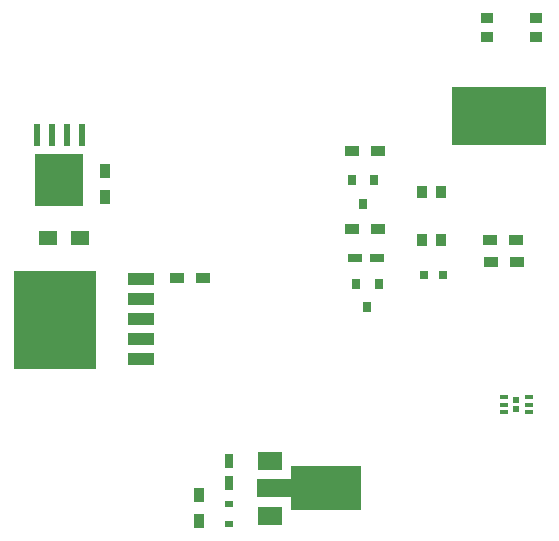
<source format=gbr>
G04 #@! TF.FileFunction,Paste,Top*
%FSLAX46Y46*%
G04 Gerber Fmt 4.6, Leading zero omitted, Abs format (unit mm)*
G04 Created by KiCad (PCBNEW 4.0.7-e2-6376~58~ubuntu17.04.1) date Mon Sep 25 06:57:47 2017*
%MOMM*%
%LPD*%
G01*
G04 APERTURE LIST*
%ADD10C,0.100000*%
%ADD11R,0.750000X1.200000*%
%ADD12R,1.200000X0.750000*%
%ADD13R,0.800000X0.800000*%
%ADD14R,0.800000X0.600000*%
%ADD15R,1.000000X0.900000*%
%ADD16R,0.900000X1.000000*%
%ADD17R,0.800000X0.900000*%
%ADD18R,0.900000X1.200000*%
%ADD19R,1.500000X1.300000*%
%ADD20R,1.200000X0.900000*%
%ADD21R,2.160000X1.070000*%
%ADD22R,6.990000X8.330000*%
%ADD23R,0.650000X0.350000*%
%ADD24R,0.600000X0.480000*%
%ADD25R,8.000000X5.000000*%
%ADD26R,0.500000X1.900000*%
%ADD27R,4.100000X4.400000*%
%ADD28R,6.000000X3.800000*%
%ADD29R,3.000000X1.500000*%
%ADD30R,2.000000X1.500000*%
G04 APERTURE END LIST*
D10*
D11*
X130600000Y-119750000D03*
X130600000Y-117850000D03*
D12*
X141200000Y-100650000D03*
X143100000Y-100650000D03*
D13*
X148700000Y-102100000D03*
X147100000Y-102100000D03*
D14*
X130600000Y-123250000D03*
X130600000Y-121550000D03*
D15*
X156550000Y-82000000D03*
X156550000Y-80400000D03*
X152450000Y-82000000D03*
X152450000Y-80400000D03*
D16*
X148500000Y-95100000D03*
X146900000Y-95100000D03*
X148500000Y-99200000D03*
X146900000Y-99200000D03*
D17*
X143225000Y-102850000D03*
X141325000Y-102850000D03*
X142275000Y-104850000D03*
X142850000Y-94100000D03*
X140950000Y-94100000D03*
X141900000Y-96100000D03*
D18*
X128010000Y-122960000D03*
X128010000Y-120760000D03*
X120100000Y-95500000D03*
X120100000Y-93300000D03*
D19*
X115250000Y-99000000D03*
X117950000Y-99000000D03*
D20*
X143175000Y-98200000D03*
X140975000Y-98200000D03*
X140950000Y-91600000D03*
X143150000Y-91600000D03*
D21*
X123100000Y-102450000D03*
X123100000Y-104150000D03*
X123100000Y-107550000D03*
X123100000Y-105850000D03*
X123100000Y-109250000D03*
D22*
X115800000Y-105900000D03*
D23*
X155950000Y-113750000D03*
X155950000Y-113100000D03*
X155950000Y-112450000D03*
X153850000Y-112450000D03*
X153850000Y-113100000D03*
X153850000Y-113750000D03*
D24*
X154900000Y-112700000D03*
X154900000Y-113500000D03*
D25*
X153400000Y-88700000D03*
D20*
X126200000Y-102400000D03*
X128400000Y-102400000D03*
D26*
X115570000Y-90300000D03*
X116840000Y-90300000D03*
X118110000Y-90300000D03*
X114300000Y-90300000D03*
D27*
X116200000Y-94100000D03*
D28*
X138800000Y-120200000D03*
D29*
X134380000Y-120200000D03*
D30*
X134050000Y-122500000D03*
X134050000Y-117900000D03*
D20*
X152687020Y-99184460D03*
X154887020Y-99184460D03*
X152709700Y-101046280D03*
X154909700Y-101046280D03*
M02*

</source>
